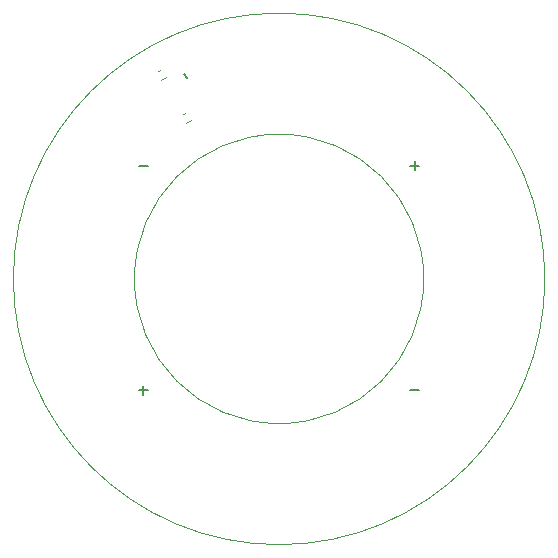
<source format=gbo>
G04 #@! TF.FileFunction,Legend,Bot*
%FSLAX46Y46*%
G04 Gerber Fmt 4.6, Leading zero omitted, Abs format (unit mm)*
G04 Created by KiCad (PCBNEW (2015-09-17 BZR 6202)-product) date 2015 September 30, Wednesday 13:53:37*
%MOMM*%
G01*
G04 APERTURE LIST*
%ADD10C,0.100000*%
%ADD11C,0.010000*%
%ADD12C,0.200000*%
%ADD13C,0.150000*%
%ADD14C,0.050000*%
%ADD15C,1.140000*%
%ADD16C,1.440000*%
%ADD17R,0.940000X0.940000*%
G04 APERTURE END LIST*
D10*
D11*
X45000000Y-22500000D02*
G75*
G03X45000000Y-22500000I-22500000J0D01*
G01*
X34750000Y-22500000D02*
G75*
G03X34750000Y-22500000I-12250000J0D01*
G01*
D12*
X10619048Y-12928571D02*
X11380953Y-12928571D01*
X33619048Y-31928571D02*
X34380953Y-31928571D01*
X10619048Y-31928571D02*
X11380953Y-31928571D01*
X11000001Y-31547619D02*
X11000001Y-32309524D01*
X33619048Y-12928571D02*
X34380953Y-12928571D01*
X34000001Y-12547619D02*
X34000001Y-13309524D01*
D13*
X14671262Y-5515481D02*
X14451262Y-5134430D01*
D14*
X12934006Y-5389760D02*
X12500994Y-5639760D01*
X12125994Y-4990240D02*
X12559006Y-4740240D01*
X15064006Y-9029760D02*
X14630994Y-9279760D01*
X14255994Y-8630240D02*
X14689006Y-8380240D01*
%LPC*%
D12*
X25937500Y-43452381D02*
X25854166Y-42785714D01*
X25877976Y-42976190D02*
X25818452Y-42880952D01*
X25764881Y-42833333D01*
X25663690Y-42785714D01*
X25568451Y-42785714D01*
X24806546Y-42785714D02*
X24889880Y-43452381D01*
X25235118Y-42785714D02*
X25300594Y-43309524D01*
X25264880Y-43404762D01*
X25175595Y-43452381D01*
X25032737Y-43452381D01*
X24931546Y-43404762D01*
X24877975Y-43357143D01*
X23901784Y-42785714D02*
X23985118Y-43452381D01*
X24330356Y-42785714D02*
X24395832Y-43309524D01*
X24360118Y-43404762D01*
X24270833Y-43452381D01*
X24127975Y-43452381D01*
X24026784Y-43404762D01*
X23973213Y-43357143D01*
X23520832Y-42785714D02*
X23366071Y-43452381D01*
X23044641Y-42785714D01*
X22747023Y-43452381D02*
X22663689Y-42785714D01*
X22622023Y-42452381D02*
X22675594Y-42500000D01*
X22633927Y-42547619D01*
X22580356Y-42500000D01*
X22622023Y-42452381D01*
X22633927Y-42547619D01*
X22258928Y-43357143D02*
X22217261Y-43404762D01*
X22270833Y-43452381D01*
X22312499Y-43404762D01*
X22258928Y-43357143D01*
X22270833Y-43452381D01*
X21360118Y-43404762D02*
X21461309Y-43452381D01*
X21651786Y-43452381D01*
X21741071Y-43404762D01*
X21782738Y-43357143D01*
X21818452Y-43261905D01*
X21782738Y-42976190D01*
X21723214Y-42880952D01*
X21669643Y-42833333D01*
X21568452Y-42785714D01*
X21377975Y-42785714D01*
X21288690Y-42833333D01*
X20794643Y-43452381D02*
X20883928Y-43404762D01*
X20925595Y-43357143D01*
X20961309Y-43261905D01*
X20925595Y-42976190D01*
X20866071Y-42880952D01*
X20812500Y-42833333D01*
X20711309Y-42785714D01*
X20568451Y-42785714D01*
X20479166Y-42833333D01*
X20437499Y-42880952D01*
X20401785Y-42976190D01*
X20437499Y-43261905D01*
X20497023Y-43357143D01*
X20550594Y-43404762D01*
X20651785Y-43452381D01*
X20794643Y-43452381D01*
X20032738Y-43452381D02*
X19949404Y-42785714D01*
X19961309Y-42880952D02*
X19907738Y-42833333D01*
X19806547Y-42785714D01*
X19663689Y-42785714D01*
X19574404Y-42833333D01*
X19538689Y-42928571D01*
X19604166Y-43452381D01*
X19538689Y-42928571D02*
X19479166Y-42833333D01*
X19377975Y-42785714D01*
X19235118Y-42785714D01*
X19145833Y-42833333D01*
X19110118Y-42928571D01*
X19175595Y-43452381D01*
D11*
G36*
X25521688Y-37570966D02*
X25389539Y-37592511D01*
X25280206Y-37632977D01*
X25194912Y-37691565D01*
X25134884Y-37767474D01*
X25105151Y-37842958D01*
X25099706Y-37881610D01*
X25095153Y-37949094D01*
X25091588Y-38042501D01*
X25089106Y-38158922D01*
X25087804Y-38295449D01*
X25087625Y-38373842D01*
X25087625Y-38835125D01*
X25325750Y-38835125D01*
X25325750Y-38779562D01*
X25331061Y-38738324D01*
X25345095Y-38725189D01*
X25365006Y-38741685D01*
X25372636Y-38754367D01*
X25405600Y-38786322D01*
X25462779Y-38812229D01*
X25536969Y-38830598D01*
X25620963Y-38839939D01*
X25707555Y-38838762D01*
X25753523Y-38833118D01*
X25836815Y-38810334D01*
X25916834Y-38773169D01*
X25981227Y-38727740D01*
X25995882Y-38713159D01*
X26044463Y-38638982D01*
X26075375Y-38548829D01*
X26084571Y-38455398D01*
X26084457Y-38453532D01*
X25853955Y-38453532D01*
X25844834Y-38516178D01*
X25814046Y-38560225D01*
X25762319Y-38590873D01*
X25717682Y-38602328D01*
X25653789Y-38609205D01*
X25581176Y-38611450D01*
X25510380Y-38609012D01*
X25451937Y-38601838D01*
X25421000Y-38592576D01*
X25376653Y-38553908D01*
X25344404Y-38492060D01*
X25327509Y-38414344D01*
X25325775Y-38378718D01*
X25325750Y-38295375D01*
X25504344Y-38295463D01*
X25622243Y-38298348D01*
X25712009Y-38307833D01*
X25776839Y-38325364D01*
X25819929Y-38352386D01*
X25844475Y-38390345D01*
X25853674Y-38440684D01*
X25853955Y-38453532D01*
X26084457Y-38453532D01*
X26083508Y-38438081D01*
X26066800Y-38345460D01*
X26032554Y-38271026D01*
X25982398Y-38210227D01*
X25946105Y-38176315D01*
X25911035Y-38151209D01*
X25871423Y-38133375D01*
X25821506Y-38121280D01*
X25755519Y-38113390D01*
X25667697Y-38108172D01*
X25587688Y-38105206D01*
X25333688Y-38096937D01*
X25328755Y-38019210D01*
X25332337Y-37939740D01*
X25352590Y-37876791D01*
X25387442Y-37836327D01*
X25393457Y-37832748D01*
X25454039Y-37811589D01*
X25530001Y-37801056D01*
X25611923Y-37800691D01*
X25690386Y-37810033D01*
X25755968Y-37828623D01*
X25795662Y-37852377D01*
X25832314Y-37886809D01*
X25928475Y-37815351D01*
X26024635Y-37743893D01*
X25974557Y-37694932D01*
X25888022Y-37632019D01*
X25779941Y-37589969D01*
X25653420Y-37569631D01*
X25521688Y-37570966D01*
X25521688Y-37570966D01*
G37*
X25521688Y-37570966D02*
X25389539Y-37592511D01*
X25280206Y-37632977D01*
X25194912Y-37691565D01*
X25134884Y-37767474D01*
X25105151Y-37842958D01*
X25099706Y-37881610D01*
X25095153Y-37949094D01*
X25091588Y-38042501D01*
X25089106Y-38158922D01*
X25087804Y-38295449D01*
X25087625Y-38373842D01*
X25087625Y-38835125D01*
X25325750Y-38835125D01*
X25325750Y-38779562D01*
X25331061Y-38738324D01*
X25345095Y-38725189D01*
X25365006Y-38741685D01*
X25372636Y-38754367D01*
X25405600Y-38786322D01*
X25462779Y-38812229D01*
X25536969Y-38830598D01*
X25620963Y-38839939D01*
X25707555Y-38838762D01*
X25753523Y-38833118D01*
X25836815Y-38810334D01*
X25916834Y-38773169D01*
X25981227Y-38727740D01*
X25995882Y-38713159D01*
X26044463Y-38638982D01*
X26075375Y-38548829D01*
X26084571Y-38455398D01*
X26084457Y-38453532D01*
X25853955Y-38453532D01*
X25844834Y-38516178D01*
X25814046Y-38560225D01*
X25762319Y-38590873D01*
X25717682Y-38602328D01*
X25653789Y-38609205D01*
X25581176Y-38611450D01*
X25510380Y-38609012D01*
X25451937Y-38601838D01*
X25421000Y-38592576D01*
X25376653Y-38553908D01*
X25344404Y-38492060D01*
X25327509Y-38414344D01*
X25325775Y-38378718D01*
X25325750Y-38295375D01*
X25504344Y-38295463D01*
X25622243Y-38298348D01*
X25712009Y-38307833D01*
X25776839Y-38325364D01*
X25819929Y-38352386D01*
X25844475Y-38390345D01*
X25853674Y-38440684D01*
X25853955Y-38453532D01*
X26084457Y-38453532D01*
X26083508Y-38438081D01*
X26066800Y-38345460D01*
X26032554Y-38271026D01*
X25982398Y-38210227D01*
X25946105Y-38176315D01*
X25911035Y-38151209D01*
X25871423Y-38133375D01*
X25821506Y-38121280D01*
X25755519Y-38113390D01*
X25667697Y-38108172D01*
X25587688Y-38105206D01*
X25333688Y-38096937D01*
X25328755Y-38019210D01*
X25332337Y-37939740D01*
X25352590Y-37876791D01*
X25387442Y-37836327D01*
X25393457Y-37832748D01*
X25454039Y-37811589D01*
X25530001Y-37801056D01*
X25611923Y-37800691D01*
X25690386Y-37810033D01*
X25755968Y-37828623D01*
X25795662Y-37852377D01*
X25832314Y-37886809D01*
X25928475Y-37815351D01*
X26024635Y-37743893D01*
X25974557Y-37694932D01*
X25888022Y-37632019D01*
X25779941Y-37589969D01*
X25653420Y-37569631D01*
X25521688Y-37570966D01*
G36*
X22944500Y-38835125D02*
X23182625Y-38835125D01*
X23182625Y-38771625D01*
X23184418Y-38731842D01*
X23188897Y-38709733D01*
X23190700Y-38708125D01*
X23207113Y-38716657D01*
X23240108Y-38738443D01*
X23263391Y-38754932D01*
X23367271Y-38812272D01*
X23478200Y-38838673D01*
X23596873Y-38834301D01*
X23596916Y-38834294D01*
X23682188Y-38812496D01*
X23752767Y-38773793D01*
X23819796Y-38711822D01*
X23828647Y-38701934D01*
X23865411Y-38655901D01*
X23892533Y-38609385D01*
X23911784Y-38556010D01*
X23924938Y-38489400D01*
X23933767Y-38403181D01*
X23939492Y-38303312D01*
X23941667Y-38200592D01*
X23694741Y-38200592D01*
X23692598Y-38307489D01*
X23685271Y-38388532D01*
X23671415Y-38449381D01*
X23649685Y-38495699D01*
X23618735Y-38533149D01*
X23614852Y-38536838D01*
X23579056Y-38567368D01*
X23546383Y-38584901D01*
X23506499Y-38592378D01*
X23449072Y-38592740D01*
X23422110Y-38591695D01*
X23365062Y-38587844D01*
X23328331Y-38579331D01*
X23300485Y-38561366D01*
X23270090Y-38529159D01*
X23268508Y-38527331D01*
X23238890Y-38487349D01*
X23217978Y-38442895D01*
X23204509Y-38387858D01*
X23197224Y-38316127D01*
X23194861Y-38221590D01*
X23195054Y-38171357D01*
X23202585Y-38050220D01*
X23223510Y-37956472D01*
X23259227Y-37888106D01*
X23311131Y-37843115D01*
X23380618Y-37819493D01*
X23443286Y-37814589D01*
X23524816Y-37822130D01*
X23588239Y-37846468D01*
X23635232Y-37890175D01*
X23667470Y-37955824D01*
X23686629Y-38045989D01*
X23694385Y-38163240D01*
X23694741Y-38200592D01*
X23941667Y-38200592D01*
X23942949Y-38140072D01*
X23936421Y-38004107D01*
X23918971Y-37892259D01*
X23889661Y-37801369D01*
X23847551Y-37728280D01*
X23791705Y-37669831D01*
X23740644Y-37633945D01*
X23634375Y-37587399D01*
X23524622Y-37571683D01*
X23414709Y-37586615D01*
X23307960Y-37632014D01*
X23265094Y-37659959D01*
X23226027Y-37687219D01*
X23198321Y-37704627D01*
X23190700Y-37708000D01*
X23188246Y-37692917D01*
X23186092Y-37650837D01*
X23184359Y-37586512D01*
X23183169Y-37504695D01*
X23182641Y-37410138D01*
X23182625Y-37390500D01*
X23182625Y-37073000D01*
X22944500Y-37073000D01*
X22944500Y-38835125D01*
X22944500Y-38835125D01*
G37*
X22944500Y-38835125D02*
X23182625Y-38835125D01*
X23182625Y-38771625D01*
X23184418Y-38731842D01*
X23188897Y-38709733D01*
X23190700Y-38708125D01*
X23207113Y-38716657D01*
X23240108Y-38738443D01*
X23263391Y-38754932D01*
X23367271Y-38812272D01*
X23478200Y-38838673D01*
X23596873Y-38834301D01*
X23596916Y-38834294D01*
X23682188Y-38812496D01*
X23752767Y-38773793D01*
X23819796Y-38711822D01*
X23828647Y-38701934D01*
X23865411Y-38655901D01*
X23892533Y-38609385D01*
X23911784Y-38556010D01*
X23924938Y-38489400D01*
X23933767Y-38403181D01*
X23939492Y-38303312D01*
X23941667Y-38200592D01*
X23694741Y-38200592D01*
X23692598Y-38307489D01*
X23685271Y-38388532D01*
X23671415Y-38449381D01*
X23649685Y-38495699D01*
X23618735Y-38533149D01*
X23614852Y-38536838D01*
X23579056Y-38567368D01*
X23546383Y-38584901D01*
X23506499Y-38592378D01*
X23449072Y-38592740D01*
X23422110Y-38591695D01*
X23365062Y-38587844D01*
X23328331Y-38579331D01*
X23300485Y-38561366D01*
X23270090Y-38529159D01*
X23268508Y-38527331D01*
X23238890Y-38487349D01*
X23217978Y-38442895D01*
X23204509Y-38387858D01*
X23197224Y-38316127D01*
X23194861Y-38221590D01*
X23195054Y-38171357D01*
X23202585Y-38050220D01*
X23223510Y-37956472D01*
X23259227Y-37888106D01*
X23311131Y-37843115D01*
X23380618Y-37819493D01*
X23443286Y-37814589D01*
X23524816Y-37822130D01*
X23588239Y-37846468D01*
X23635232Y-37890175D01*
X23667470Y-37955824D01*
X23686629Y-38045989D01*
X23694385Y-38163240D01*
X23694741Y-38200592D01*
X23941667Y-38200592D01*
X23942949Y-38140072D01*
X23936421Y-38004107D01*
X23918971Y-37892259D01*
X23889661Y-37801369D01*
X23847551Y-37728280D01*
X23791705Y-37669831D01*
X23740644Y-37633945D01*
X23634375Y-37587399D01*
X23524622Y-37571683D01*
X23414709Y-37586615D01*
X23307960Y-37632014D01*
X23265094Y-37659959D01*
X23226027Y-37687219D01*
X23198321Y-37704627D01*
X23190700Y-37708000D01*
X23188246Y-37692917D01*
X23186092Y-37650837D01*
X23184359Y-37586512D01*
X23183169Y-37504695D01*
X23182641Y-37410138D01*
X23182625Y-37390500D01*
X23182625Y-37073000D01*
X22944500Y-37073000D01*
X22944500Y-38835125D01*
G36*
X20373605Y-37576554D02*
X20249030Y-37606984D01*
X20150053Y-37655946D01*
X20076235Y-37723808D01*
X20027132Y-37810936D01*
X20007738Y-37880823D01*
X20003462Y-37919569D01*
X19999618Y-37984864D01*
X19996365Y-38071508D01*
X19993863Y-38174301D01*
X19992272Y-38288043D01*
X19991750Y-38400729D01*
X19991750Y-38835125D01*
X20229875Y-38835125D01*
X20229875Y-38779562D01*
X20233549Y-38738750D01*
X20246605Y-38726650D01*
X20272098Y-38742469D01*
X20292943Y-38763226D01*
X20349640Y-38802903D01*
X20429228Y-38829367D01*
X20525167Y-38841309D01*
X20630913Y-38837420D01*
X20650898Y-38834879D01*
X20755794Y-38806845D01*
X20847549Y-38756503D01*
X20920765Y-38687945D01*
X20970041Y-38605268D01*
X20976309Y-38588127D01*
X20986980Y-38531359D01*
X20989377Y-38458594D01*
X20987976Y-38432384D01*
X20765466Y-38432384D01*
X20759961Y-38490197D01*
X20728606Y-38544446D01*
X20691872Y-38576622D01*
X20637823Y-38599251D01*
X20564380Y-38612324D01*
X20482470Y-38615699D01*
X20403023Y-38609233D01*
X20336965Y-38592783D01*
X20313645Y-38581558D01*
X20281553Y-38557639D01*
X20261003Y-38528086D01*
X20249064Y-38485160D01*
X20242807Y-38421122D01*
X20241349Y-38390625D01*
X20237813Y-38303312D01*
X20413648Y-38298849D01*
X20523727Y-38299009D01*
X20607451Y-38306594D01*
X20669585Y-38322756D01*
X20714898Y-38348644D01*
X20743202Y-38378416D01*
X20765466Y-38432384D01*
X20987976Y-38432384D01*
X20987716Y-38427531D01*
X20967699Y-38326173D01*
X20924078Y-38244506D01*
X20854401Y-38178542D01*
X20821575Y-38157346D01*
X20791507Y-38140541D01*
X20763419Y-38128370D01*
X20731254Y-38119869D01*
X20688953Y-38114075D01*
X20630457Y-38110023D01*
X20549710Y-38106749D01*
X20491813Y-38104875D01*
X20237813Y-38096937D01*
X20232949Y-38038459D01*
X20235883Y-37950517D01*
X20259996Y-37881909D01*
X20304135Y-37835475D01*
X20318707Y-37827405D01*
X20378087Y-37808456D01*
X20449467Y-37799403D01*
X20525439Y-37799464D01*
X20598595Y-37807857D01*
X20661525Y-37823800D01*
X20706820Y-37846511D01*
X20725867Y-37870384D01*
X20738710Y-37875884D01*
X20768953Y-37863027D01*
X20818506Y-37830725D01*
X20889274Y-37777889D01*
X20892825Y-37775137D01*
X20916885Y-37752798D01*
X20917099Y-37733018D01*
X20904000Y-37712013D01*
X20851216Y-37661263D01*
X20774022Y-37619898D01*
X20678798Y-37589548D01*
X20571923Y-37571842D01*
X20459776Y-37568409D01*
X20373605Y-37576554D01*
X20373605Y-37576554D01*
G37*
X20373605Y-37576554D02*
X20249030Y-37606984D01*
X20150053Y-37655946D01*
X20076235Y-37723808D01*
X20027132Y-37810936D01*
X20007738Y-37880823D01*
X20003462Y-37919569D01*
X19999618Y-37984864D01*
X19996365Y-38071508D01*
X19993863Y-38174301D01*
X19992272Y-38288043D01*
X19991750Y-38400729D01*
X19991750Y-38835125D01*
X20229875Y-38835125D01*
X20229875Y-38779562D01*
X20233549Y-38738750D01*
X20246605Y-38726650D01*
X20272098Y-38742469D01*
X20292943Y-38763226D01*
X20349640Y-38802903D01*
X20429228Y-38829367D01*
X20525167Y-38841309D01*
X20630913Y-38837420D01*
X20650898Y-38834879D01*
X20755794Y-38806845D01*
X20847549Y-38756503D01*
X20920765Y-38687945D01*
X20970041Y-38605268D01*
X20976309Y-38588127D01*
X20986980Y-38531359D01*
X20989377Y-38458594D01*
X20987976Y-38432384D01*
X20765466Y-38432384D01*
X20759961Y-38490197D01*
X20728606Y-38544446D01*
X20691872Y-38576622D01*
X20637823Y-38599251D01*
X20564380Y-38612324D01*
X20482470Y-38615699D01*
X20403023Y-38609233D01*
X20336965Y-38592783D01*
X20313645Y-38581558D01*
X20281553Y-38557639D01*
X20261003Y-38528086D01*
X20249064Y-38485160D01*
X20242807Y-38421122D01*
X20241349Y-38390625D01*
X20237813Y-38303312D01*
X20413648Y-38298849D01*
X20523727Y-38299009D01*
X20607451Y-38306594D01*
X20669585Y-38322756D01*
X20714898Y-38348644D01*
X20743202Y-38378416D01*
X20765466Y-38432384D01*
X20987976Y-38432384D01*
X20987716Y-38427531D01*
X20967699Y-38326173D01*
X20924078Y-38244506D01*
X20854401Y-38178542D01*
X20821575Y-38157346D01*
X20791507Y-38140541D01*
X20763419Y-38128370D01*
X20731254Y-38119869D01*
X20688953Y-38114075D01*
X20630457Y-38110023D01*
X20549710Y-38106749D01*
X20491813Y-38104875D01*
X20237813Y-38096937D01*
X20232949Y-38038459D01*
X20235883Y-37950517D01*
X20259996Y-37881909D01*
X20304135Y-37835475D01*
X20318707Y-37827405D01*
X20378087Y-37808456D01*
X20449467Y-37799403D01*
X20525439Y-37799464D01*
X20598595Y-37807857D01*
X20661525Y-37823800D01*
X20706820Y-37846511D01*
X20725867Y-37870384D01*
X20738710Y-37875884D01*
X20768953Y-37863027D01*
X20818506Y-37830725D01*
X20889274Y-37777889D01*
X20892825Y-37775137D01*
X20916885Y-37752798D01*
X20917099Y-37733018D01*
X20904000Y-37712013D01*
X20851216Y-37661263D01*
X20774022Y-37619898D01*
X20678798Y-37589548D01*
X20571923Y-37571842D01*
X20459776Y-37568409D01*
X20373605Y-37576554D01*
G36*
X18254520Y-37577682D02*
X18235488Y-37581293D01*
X18151062Y-37602909D01*
X18084706Y-37631892D01*
X18022748Y-37675053D01*
X17989319Y-37703921D01*
X17924681Y-37777406D01*
X17876299Y-37867924D01*
X17843101Y-37978763D01*
X17824014Y-38113210D01*
X17818380Y-38227906D01*
X17817104Y-38295375D01*
X18213865Y-38295375D01*
X18339333Y-38295246D01*
X18436377Y-38295532D01*
X18508316Y-38297242D01*
X18558471Y-38301387D01*
X18590160Y-38308975D01*
X18606704Y-38321017D01*
X18611423Y-38338521D01*
X18607636Y-38362496D01*
X18598664Y-38393954D01*
X18593796Y-38410902D01*
X18562064Y-38480188D01*
X18511550Y-38542166D01*
X18451308Y-38586778D01*
X18425587Y-38597817D01*
X18335735Y-38612673D01*
X18237807Y-38604236D01*
X18143399Y-38574137D01*
X18102651Y-38552419D01*
X18021178Y-38501773D01*
X17942847Y-38569230D01*
X17902717Y-38605305D01*
X17874466Y-38633596D01*
X17864508Y-38647356D01*
X17875599Y-38662747D01*
X17904165Y-38691076D01*
X17930710Y-38714698D01*
X18031190Y-38780364D01*
X18149437Y-38822493D01*
X18280669Y-38839904D01*
X18409221Y-38833011D01*
X18529135Y-38801801D01*
X18631497Y-38744898D01*
X18715331Y-38663691D01*
X18779660Y-38559567D01*
X18823509Y-38433912D01*
X18845904Y-38288114D01*
X18848750Y-38208062D01*
X18840959Y-38104875D01*
X18614683Y-38104875D01*
X18070875Y-38104875D01*
X18070875Y-38060613D01*
X18081297Y-38007377D01*
X18108011Y-37945361D01*
X18144197Y-37887548D01*
X18183032Y-37846925D01*
X18183229Y-37846781D01*
X18257894Y-37810652D01*
X18342260Y-37798921D01*
X18426221Y-37811566D01*
X18498272Y-37847511D01*
X18556493Y-37910173D01*
X18594315Y-37994175D01*
X18603908Y-38037487D01*
X18614683Y-38104875D01*
X18840959Y-38104875D01*
X18837294Y-38056339D01*
X18804166Y-37921647D01*
X18751227Y-37805889D01*
X18680339Y-37710966D01*
X18593363Y-37638782D01*
X18492160Y-37591239D01*
X18378592Y-37570238D01*
X18254520Y-37577682D01*
X18254520Y-37577682D01*
G37*
X18254520Y-37577682D02*
X18235488Y-37581293D01*
X18151062Y-37602909D01*
X18084706Y-37631892D01*
X18022748Y-37675053D01*
X17989319Y-37703921D01*
X17924681Y-37777406D01*
X17876299Y-37867924D01*
X17843101Y-37978763D01*
X17824014Y-38113210D01*
X17818380Y-38227906D01*
X17817104Y-38295375D01*
X18213865Y-38295375D01*
X18339333Y-38295246D01*
X18436377Y-38295532D01*
X18508316Y-38297242D01*
X18558471Y-38301387D01*
X18590160Y-38308975D01*
X18606704Y-38321017D01*
X18611423Y-38338521D01*
X18607636Y-38362496D01*
X18598664Y-38393954D01*
X18593796Y-38410902D01*
X18562064Y-38480188D01*
X18511550Y-38542166D01*
X18451308Y-38586778D01*
X18425587Y-38597817D01*
X18335735Y-38612673D01*
X18237807Y-38604236D01*
X18143399Y-38574137D01*
X18102651Y-38552419D01*
X18021178Y-38501773D01*
X17942847Y-38569230D01*
X17902717Y-38605305D01*
X17874466Y-38633596D01*
X17864508Y-38647356D01*
X17875599Y-38662747D01*
X17904165Y-38691076D01*
X17930710Y-38714698D01*
X18031190Y-38780364D01*
X18149437Y-38822493D01*
X18280669Y-38839904D01*
X18409221Y-38833011D01*
X18529135Y-38801801D01*
X18631497Y-38744898D01*
X18715331Y-38663691D01*
X18779660Y-38559567D01*
X18823509Y-38433912D01*
X18845904Y-38288114D01*
X18848750Y-38208062D01*
X18840959Y-38104875D01*
X18614683Y-38104875D01*
X18070875Y-38104875D01*
X18070875Y-38060613D01*
X18081297Y-38007377D01*
X18108011Y-37945361D01*
X18144197Y-37887548D01*
X18183032Y-37846925D01*
X18183229Y-37846781D01*
X18257894Y-37810652D01*
X18342260Y-37798921D01*
X18426221Y-37811566D01*
X18498272Y-37847511D01*
X18556493Y-37910173D01*
X18594315Y-37994175D01*
X18603908Y-38037487D01*
X18614683Y-38104875D01*
X18840959Y-38104875D01*
X18837294Y-38056339D01*
X18804166Y-37921647D01*
X18751227Y-37805889D01*
X18680339Y-37710966D01*
X18593363Y-37638782D01*
X18492160Y-37591239D01*
X18378592Y-37570238D01*
X18254520Y-37577682D01*
G36*
X26588889Y-35595181D02*
X26523430Y-35618432D01*
X26446468Y-35667116D01*
X26377845Y-35733966D01*
X26326165Y-35809512D01*
X26306054Y-35857719D01*
X26298200Y-35901834D01*
X26292329Y-35970773D01*
X26288428Y-36057674D01*
X26286483Y-36155675D01*
X26286481Y-36257914D01*
X26288407Y-36357527D01*
X26292249Y-36447653D01*
X26297991Y-36521429D01*
X26305620Y-36571992D01*
X26307503Y-36579160D01*
X26338095Y-36642308D01*
X26388957Y-36708292D01*
X26451363Y-36768323D01*
X26516593Y-36813612D01*
X26557905Y-36831444D01*
X26669339Y-36849218D01*
X26781646Y-36839556D01*
X26887280Y-36804137D01*
X26978692Y-36744637D01*
X26988657Y-36735670D01*
X27024375Y-36702340D01*
X27024375Y-37713534D01*
X26988657Y-37680487D01*
X26907622Y-37624308D01*
X26811872Y-37587680D01*
X26710018Y-37571934D01*
X26610672Y-37578402D01*
X26522464Y-37608405D01*
X26435222Y-37663243D01*
X26371472Y-37725382D01*
X26325545Y-37797631D01*
X26314389Y-37820186D01*
X26305528Y-37841859D01*
X26298653Y-37866528D01*
X26293454Y-37898068D01*
X26289623Y-37940357D01*
X26286852Y-37997272D01*
X26284831Y-38072688D01*
X26283253Y-38170485D01*
X26281808Y-38294537D01*
X26281172Y-38354906D01*
X26276156Y-38835125D01*
X26514071Y-38835125D01*
X26519192Y-38410468D01*
X26520848Y-38282776D01*
X26522591Y-38182799D01*
X26524756Y-38106504D01*
X26527677Y-38049858D01*
X26531686Y-38008828D01*
X26537119Y-37979379D01*
X26544308Y-37957479D01*
X26553588Y-37939094D01*
X26558935Y-37930250D01*
X26615993Y-37864661D01*
X26689241Y-37825999D01*
X26779995Y-37813581D01*
X26783516Y-37813614D01*
X26859497Y-37823402D01*
X26920336Y-37853746D01*
X26975443Y-37909667D01*
X26983707Y-37920453D01*
X26993445Y-37935055D01*
X27001106Y-37952321D01*
X27006990Y-37976119D01*
X27011399Y-38010315D01*
X27014636Y-38058776D01*
X27017002Y-38125368D01*
X27018800Y-38213959D01*
X27020331Y-38328415D01*
X27021125Y-38399691D01*
X27025811Y-38835125D01*
X27278375Y-38835125D01*
X27278375Y-36223687D01*
X27016438Y-36223687D01*
X27016073Y-36313188D01*
X27014406Y-36377344D01*
X27010574Y-36422559D01*
X27003719Y-36455235D01*
X26992979Y-36481775D01*
X26978330Y-36507239D01*
X26943221Y-36550911D01*
X26902381Y-36584678D01*
X26891017Y-36590841D01*
X26831219Y-36605969D01*
X26759497Y-36607355D01*
X26689411Y-36596058D01*
X26634523Y-36573135D01*
X26630811Y-36570552D01*
X26589311Y-36533369D01*
X26559571Y-36488208D01*
X26539951Y-36429607D01*
X26528812Y-36352102D01*
X26524514Y-36250230D01*
X26524313Y-36215750D01*
X26526963Y-36105787D01*
X26535997Y-36021775D01*
X26553042Y-35958273D01*
X26579725Y-35909840D01*
X26617673Y-35871036D01*
X26630287Y-35861339D01*
X26694520Y-35831783D01*
X26771869Y-35821748D01*
X26849932Y-35831860D01*
X26892392Y-35848082D01*
X26936429Y-35874981D01*
X26968940Y-35907602D01*
X26991556Y-35950886D01*
X27005909Y-36009772D01*
X27013629Y-36089201D01*
X27016348Y-36194113D01*
X27016438Y-36223687D01*
X27278375Y-36223687D01*
X27278375Y-35596625D01*
X27024375Y-35596625D01*
X27024375Y-35663095D01*
X27024376Y-35729565D01*
X26980719Y-35687928D01*
X26897794Y-35629640D01*
X26799457Y-35593933D01*
X26693794Y-35582038D01*
X26588889Y-35595181D01*
X26588889Y-35595181D01*
G37*
X26588889Y-35595181D02*
X26523430Y-35618432D01*
X26446468Y-35667116D01*
X26377845Y-35733966D01*
X26326165Y-35809512D01*
X26306054Y-35857719D01*
X26298200Y-35901834D01*
X26292329Y-35970773D01*
X26288428Y-36057674D01*
X26286483Y-36155675D01*
X26286481Y-36257914D01*
X26288407Y-36357527D01*
X26292249Y-36447653D01*
X26297991Y-36521429D01*
X26305620Y-36571992D01*
X26307503Y-36579160D01*
X26338095Y-36642308D01*
X26388957Y-36708292D01*
X26451363Y-36768323D01*
X26516593Y-36813612D01*
X26557905Y-36831444D01*
X26669339Y-36849218D01*
X26781646Y-36839556D01*
X26887280Y-36804137D01*
X26978692Y-36744637D01*
X26988657Y-36735670D01*
X27024375Y-36702340D01*
X27024375Y-37713534D01*
X26988657Y-37680487D01*
X26907622Y-37624308D01*
X26811872Y-37587680D01*
X26710018Y-37571934D01*
X26610672Y-37578402D01*
X26522464Y-37608405D01*
X26435222Y-37663243D01*
X26371472Y-37725382D01*
X26325545Y-37797631D01*
X26314389Y-37820186D01*
X26305528Y-37841859D01*
X26298653Y-37866528D01*
X26293454Y-37898068D01*
X26289623Y-37940357D01*
X26286852Y-37997272D01*
X26284831Y-38072688D01*
X26283253Y-38170485D01*
X26281808Y-38294537D01*
X26281172Y-38354906D01*
X26276156Y-38835125D01*
X26514071Y-38835125D01*
X26519192Y-38410468D01*
X26520848Y-38282776D01*
X26522591Y-38182799D01*
X26524756Y-38106504D01*
X26527677Y-38049858D01*
X26531686Y-38008828D01*
X26537119Y-37979379D01*
X26544308Y-37957479D01*
X26553588Y-37939094D01*
X26558935Y-37930250D01*
X26615993Y-37864661D01*
X26689241Y-37825999D01*
X26779995Y-37813581D01*
X26783516Y-37813614D01*
X26859497Y-37823402D01*
X26920336Y-37853746D01*
X26975443Y-37909667D01*
X26983707Y-37920453D01*
X26993445Y-37935055D01*
X27001106Y-37952321D01*
X27006990Y-37976119D01*
X27011399Y-38010315D01*
X27014636Y-38058776D01*
X27017002Y-38125368D01*
X27018800Y-38213959D01*
X27020331Y-38328415D01*
X27021125Y-38399691D01*
X27025811Y-38835125D01*
X27278375Y-38835125D01*
X27278375Y-36223687D01*
X27016438Y-36223687D01*
X27016073Y-36313188D01*
X27014406Y-36377344D01*
X27010574Y-36422559D01*
X27003719Y-36455235D01*
X26992979Y-36481775D01*
X26978330Y-36507239D01*
X26943221Y-36550911D01*
X26902381Y-36584678D01*
X26891017Y-36590841D01*
X26831219Y-36605969D01*
X26759497Y-36607355D01*
X26689411Y-36596058D01*
X26634523Y-36573135D01*
X26630811Y-36570552D01*
X26589311Y-36533369D01*
X26559571Y-36488208D01*
X26539951Y-36429607D01*
X26528812Y-36352102D01*
X26524514Y-36250230D01*
X26524313Y-36215750D01*
X26526963Y-36105787D01*
X26535997Y-36021775D01*
X26553042Y-35958273D01*
X26579725Y-35909840D01*
X26617673Y-35871036D01*
X26630287Y-35861339D01*
X26694520Y-35831783D01*
X26771869Y-35821748D01*
X26849932Y-35831860D01*
X26892392Y-35848082D01*
X26936429Y-35874981D01*
X26968940Y-35907602D01*
X26991556Y-35950886D01*
X27005909Y-36009772D01*
X27013629Y-36089201D01*
X27016348Y-36194113D01*
X27016438Y-36223687D01*
X27278375Y-36223687D01*
X27278375Y-35596625D01*
X27024375Y-35596625D01*
X27024375Y-35663095D01*
X27024376Y-35729565D01*
X26980719Y-35687928D01*
X26897794Y-35629640D01*
X26799457Y-35593933D01*
X26693794Y-35582038D01*
X26588889Y-35595181D01*
G36*
X24130473Y-37579375D02*
X24043844Y-37609487D01*
X24004311Y-37633696D01*
X23980030Y-37654954D01*
X23976375Y-37662510D01*
X23986157Y-37682063D01*
X24012052Y-37718083D01*
X24048884Y-37763484D01*
X24057079Y-37773033D01*
X24137783Y-37866191D01*
X24188048Y-37839911D01*
X24252696Y-37819796D01*
X24328085Y-37816135D01*
X24399446Y-37828707D01*
X24433627Y-37843617D01*
X24472879Y-37876431D01*
X24508902Y-37921477D01*
X24514629Y-37930981D01*
X24524645Y-37950381D01*
X24532423Y-37971341D01*
X24538244Y-37997944D01*
X24542390Y-38034270D01*
X24545143Y-38084401D01*
X24546785Y-38152417D01*
X24547597Y-38242400D01*
X24547860Y-38358431D01*
X24547875Y-38412630D01*
X24547875Y-38835125D01*
X24801875Y-38835125D01*
X24801875Y-37581000D01*
X24547875Y-37581000D01*
X24547875Y-37713534D01*
X24512157Y-37680487D01*
X24430168Y-37623682D01*
X24333536Y-37587033D01*
X24230794Y-37571833D01*
X24130473Y-37579375D01*
X24130473Y-37579375D01*
G37*
X24130473Y-37579375D02*
X24043844Y-37609487D01*
X24004311Y-37633696D01*
X23980030Y-37654954D01*
X23976375Y-37662510D01*
X23986157Y-37682063D01*
X24012052Y-37718083D01*
X24048884Y-37763484D01*
X24057079Y-37773033D01*
X24137783Y-37866191D01*
X24188048Y-37839911D01*
X24252696Y-37819796D01*
X24328085Y-37816135D01*
X24399446Y-37828707D01*
X24433627Y-37843617D01*
X24472879Y-37876431D01*
X24508902Y-37921477D01*
X24514629Y-37930981D01*
X24524645Y-37950381D01*
X24532423Y-37971341D01*
X24538244Y-37997944D01*
X24542390Y-38034270D01*
X24545143Y-38084401D01*
X24546785Y-38152417D01*
X24547597Y-38242400D01*
X24547860Y-38358431D01*
X24547875Y-38412630D01*
X24547875Y-38835125D01*
X24801875Y-38835125D01*
X24801875Y-37581000D01*
X24547875Y-37581000D01*
X24547875Y-37713534D01*
X24512157Y-37680487D01*
X24430168Y-37623682D01*
X24333536Y-37587033D01*
X24230794Y-37571833D01*
X24130473Y-37579375D01*
G36*
X22669383Y-37584351D02*
X22540231Y-37588937D01*
X22422386Y-38021531D01*
X22391635Y-38133150D01*
X22363166Y-38234086D01*
X22338122Y-38320473D01*
X22317647Y-38388446D01*
X22302885Y-38434137D01*
X22294980Y-38453681D01*
X22294399Y-38454125D01*
X22287126Y-38439624D01*
X22271542Y-38398635D01*
X22248951Y-38334930D01*
X22220660Y-38252278D01*
X22187974Y-38154451D01*
X22152198Y-38045218D01*
X22143245Y-38017562D01*
X22002233Y-37581000D01*
X21822401Y-37581000D01*
X21802691Y-37648468D01*
X21782516Y-37715488D01*
X21756899Y-37797498D01*
X21727367Y-37889914D01*
X21695451Y-37988153D01*
X21662680Y-38087629D01*
X21630582Y-38183760D01*
X21600687Y-38271962D01*
X21574523Y-38347650D01*
X21553621Y-38406241D01*
X21539510Y-38443152D01*
X21533948Y-38454060D01*
X21527340Y-38439339D01*
X21513733Y-38397780D01*
X21494259Y-38333235D01*
X21470049Y-38249557D01*
X21442233Y-38150600D01*
X21411943Y-38040216D01*
X21405793Y-38017498D01*
X21287899Y-37580999D01*
X21163700Y-37581000D01*
X21105373Y-37582401D01*
X21061629Y-37586118D01*
X21040096Y-37591423D01*
X21039078Y-37592906D01*
X21043633Y-37610147D01*
X21056812Y-37654382D01*
X21077603Y-37722351D01*
X21104995Y-37810798D01*
X21137979Y-37916461D01*
X21175541Y-38036083D01*
X21216672Y-38166405D01*
X21233547Y-38219695D01*
X21428438Y-38834577D01*
X21534913Y-38834851D01*
X21641387Y-38835125D01*
X21688720Y-38680343D01*
X21709575Y-38611658D01*
X21736708Y-38521582D01*
X21767401Y-38419176D01*
X21798937Y-38313498D01*
X21818480Y-38247750D01*
X21845325Y-38158510D01*
X21869681Y-38079859D01*
X21889927Y-38016850D01*
X21904442Y-37974537D01*
X21911399Y-37958161D01*
X21916865Y-37964058D01*
X21927512Y-37989499D01*
X21943792Y-38035926D01*
X21966159Y-38104779D01*
X21995062Y-38197498D01*
X22030954Y-38315525D01*
X22074287Y-38460300D01*
X22125513Y-38633264D01*
X22162735Y-38759718D01*
X22184889Y-38835125D01*
X22398643Y-38835125D01*
X22521169Y-38450156D01*
X22560223Y-38327474D01*
X22601250Y-38198638D01*
X22641633Y-38071856D01*
X22678758Y-37955338D01*
X22710011Y-37857294D01*
X22721115Y-37822476D01*
X22798534Y-37579765D01*
X22669383Y-37584351D01*
X22669383Y-37584351D01*
G37*
X22669383Y-37584351D02*
X22540231Y-37588937D01*
X22422386Y-38021531D01*
X22391635Y-38133150D01*
X22363166Y-38234086D01*
X22338122Y-38320473D01*
X22317647Y-38388446D01*
X22302885Y-38434137D01*
X22294980Y-38453681D01*
X22294399Y-38454125D01*
X22287126Y-38439624D01*
X22271542Y-38398635D01*
X22248951Y-38334930D01*
X22220660Y-38252278D01*
X22187974Y-38154451D01*
X22152198Y-38045218D01*
X22143245Y-38017562D01*
X22002233Y-37581000D01*
X21822401Y-37581000D01*
X21802691Y-37648468D01*
X21782516Y-37715488D01*
X21756899Y-37797498D01*
X21727367Y-37889914D01*
X21695451Y-37988153D01*
X21662680Y-38087629D01*
X21630582Y-38183760D01*
X21600687Y-38271962D01*
X21574523Y-38347650D01*
X21553621Y-38406241D01*
X21539510Y-38443152D01*
X21533948Y-38454060D01*
X21527340Y-38439339D01*
X21513733Y-38397780D01*
X21494259Y-38333235D01*
X21470049Y-38249557D01*
X21442233Y-38150600D01*
X21411943Y-38040216D01*
X21405793Y-38017498D01*
X21287899Y-37580999D01*
X21163700Y-37581000D01*
X21105373Y-37582401D01*
X21061629Y-37586118D01*
X21040096Y-37591423D01*
X21039078Y-37592906D01*
X21043633Y-37610147D01*
X21056812Y-37654382D01*
X21077603Y-37722351D01*
X21104995Y-37810798D01*
X21137979Y-37916461D01*
X21175541Y-38036083D01*
X21216672Y-38166405D01*
X21233547Y-38219695D01*
X21428438Y-38834577D01*
X21534913Y-38834851D01*
X21641387Y-38835125D01*
X21688720Y-38680343D01*
X21709575Y-38611658D01*
X21736708Y-38521582D01*
X21767401Y-38419176D01*
X21798937Y-38313498D01*
X21818480Y-38247750D01*
X21845325Y-38158510D01*
X21869681Y-38079859D01*
X21889927Y-38016850D01*
X21904442Y-37974537D01*
X21911399Y-37958161D01*
X21916865Y-37964058D01*
X21927512Y-37989499D01*
X21943792Y-38035926D01*
X21966159Y-38104779D01*
X21995062Y-38197498D01*
X22030954Y-38315525D01*
X22074287Y-38460300D01*
X22125513Y-38633264D01*
X22162735Y-38759718D01*
X22184889Y-38835125D01*
X22398643Y-38835125D01*
X22521169Y-38450156D01*
X22560223Y-38327474D01*
X22601250Y-38198638D01*
X22641633Y-38071856D01*
X22678758Y-37955338D01*
X22710011Y-37857294D01*
X22721115Y-37822476D01*
X22798534Y-37579765D01*
X22669383Y-37584351D01*
G36*
X19074455Y-37570607D02*
X19024518Y-37584596D01*
X18970835Y-37603405D01*
X18923551Y-37623348D01*
X18892809Y-37640738D01*
X18887379Y-37646213D01*
X18887914Y-37662865D01*
X18904323Y-37692977D01*
X18938592Y-37739493D01*
X18992711Y-37805358D01*
X19003041Y-37817533D01*
X19048988Y-37871503D01*
X19093617Y-37842261D01*
X19161751Y-37815289D01*
X19237866Y-37813254D01*
X19313518Y-37833916D01*
X19380269Y-37875038D01*
X19427626Y-37930811D01*
X19437389Y-37949364D01*
X19445052Y-37970547D01*
X19450931Y-37998388D01*
X19455336Y-38036915D01*
X19458580Y-38090157D01*
X19460977Y-38162141D01*
X19462838Y-38256897D01*
X19464477Y-38378451D01*
X19464854Y-38410468D01*
X19469769Y-38835125D01*
X19706000Y-38835125D01*
X19706000Y-37581000D01*
X19467875Y-37581000D01*
X19467875Y-37644500D01*
X19466144Y-37684282D01*
X19461818Y-37706392D01*
X19460075Y-37708000D01*
X19444212Y-37699145D01*
X19411444Y-37676295D01*
X19381406Y-37653904D01*
X19302660Y-37608756D01*
X19208741Y-37577500D01*
X19114963Y-37565155D01*
X19110502Y-37565124D01*
X19074455Y-37570607D01*
X19074455Y-37570607D01*
G37*
X19074455Y-37570607D02*
X19024518Y-37584596D01*
X18970835Y-37603405D01*
X18923551Y-37623348D01*
X18892809Y-37640738D01*
X18887379Y-37646213D01*
X18887914Y-37662865D01*
X18904323Y-37692977D01*
X18938592Y-37739493D01*
X18992711Y-37805358D01*
X19003041Y-37817533D01*
X19048988Y-37871503D01*
X19093617Y-37842261D01*
X19161751Y-37815289D01*
X19237866Y-37813254D01*
X19313518Y-37833916D01*
X19380269Y-37875038D01*
X19427626Y-37930811D01*
X19437389Y-37949364D01*
X19445052Y-37970547D01*
X19450931Y-37998388D01*
X19455336Y-38036915D01*
X19458580Y-38090157D01*
X19460977Y-38162141D01*
X19462838Y-38256897D01*
X19464477Y-38378451D01*
X19464854Y-38410468D01*
X19469769Y-38835125D01*
X19706000Y-38835125D01*
X19706000Y-37581000D01*
X19467875Y-37581000D01*
X19467875Y-37644500D01*
X19466144Y-37684282D01*
X19461818Y-37706392D01*
X19460075Y-37708000D01*
X19444212Y-37699145D01*
X19411444Y-37676295D01*
X19381406Y-37653904D01*
X19302660Y-37608756D01*
X19208741Y-37577500D01*
X19114963Y-37565155D01*
X19110502Y-37565124D01*
X19074455Y-37570607D01*
G36*
X27908052Y-35591590D02*
X27799811Y-35626495D01*
X27700319Y-35686030D01*
X27649581Y-35731066D01*
X27600249Y-35786029D01*
X27563607Y-35840287D01*
X27537896Y-35899884D01*
X27521358Y-35970864D01*
X27512234Y-36059271D01*
X27508766Y-36171152D01*
X27508563Y-36215750D01*
X27510505Y-36337016D01*
X27517502Y-36432749D01*
X27531314Y-36508993D01*
X27553699Y-36571792D01*
X27586416Y-36627191D01*
X27631223Y-36681235D01*
X27649581Y-36700433D01*
X27745371Y-36776190D01*
X27856256Y-36826608D01*
X27976494Y-36850300D01*
X28100342Y-36845883D01*
X28178104Y-36827898D01*
X28288932Y-36777542D01*
X28382016Y-36702962D01*
X28453193Y-36607901D01*
X28477265Y-36558728D01*
X28499316Y-36482769D01*
X28513699Y-36384704D01*
X28520501Y-36273190D01*
X28520043Y-36196088D01*
X28280008Y-36196088D01*
X28278292Y-36289477D01*
X28270242Y-36375058D01*
X28255838Y-36443134D01*
X28248252Y-36463383D01*
X28200376Y-36533860D01*
X28132296Y-36588076D01*
X28103875Y-36602024D01*
X28058814Y-36609728D01*
X27998019Y-36607190D01*
X27935114Y-36596263D01*
X27883722Y-36578798D01*
X27869061Y-36570117D01*
X27806941Y-36509243D01*
X27766945Y-36432664D01*
X27746085Y-36334609D01*
X27745812Y-36332099D01*
X27740825Y-36245843D01*
X27742739Y-36155844D01*
X27750744Y-36071360D01*
X27764034Y-36001650D01*
X27778092Y-35962418D01*
X27828734Y-35894569D01*
X27894859Y-35848889D01*
X27970249Y-35825328D01*
X28048683Y-35823840D01*
X28123942Y-35844377D01*
X28189807Y-35886889D01*
X28240056Y-35951329D01*
X28247325Y-35966046D01*
X28264506Y-36024675D01*
X28275407Y-36104588D01*
X28280008Y-36196088D01*
X28520043Y-36196088D01*
X28519809Y-36156881D01*
X28511710Y-36044432D01*
X28496291Y-35944499D01*
X28473640Y-35865738D01*
X28470212Y-35857604D01*
X28411109Y-35760399D01*
X28331717Y-35683347D01*
X28236875Y-35627194D01*
X28131424Y-35592686D01*
X28020203Y-35580569D01*
X27908052Y-35591590D01*
X27908052Y-35591590D01*
G37*
X27908052Y-35591590D02*
X27799811Y-35626495D01*
X27700319Y-35686030D01*
X27649581Y-35731066D01*
X27600249Y-35786029D01*
X27563607Y-35840287D01*
X27537896Y-35899884D01*
X27521358Y-35970864D01*
X27512234Y-36059271D01*
X27508766Y-36171152D01*
X27508563Y-36215750D01*
X27510505Y-36337016D01*
X27517502Y-36432749D01*
X27531314Y-36508993D01*
X27553699Y-36571792D01*
X27586416Y-36627191D01*
X27631223Y-36681235D01*
X27649581Y-36700433D01*
X27745371Y-36776190D01*
X27856256Y-36826608D01*
X27976494Y-36850300D01*
X28100342Y-36845883D01*
X28178104Y-36827898D01*
X28288932Y-36777542D01*
X28382016Y-36702962D01*
X28453193Y-36607901D01*
X28477265Y-36558728D01*
X28499316Y-36482769D01*
X28513699Y-36384704D01*
X28520501Y-36273190D01*
X28520043Y-36196088D01*
X28280008Y-36196088D01*
X28278292Y-36289477D01*
X28270242Y-36375058D01*
X28255838Y-36443134D01*
X28248252Y-36463383D01*
X28200376Y-36533860D01*
X28132296Y-36588076D01*
X28103875Y-36602024D01*
X28058814Y-36609728D01*
X27998019Y-36607190D01*
X27935114Y-36596263D01*
X27883722Y-36578798D01*
X27869061Y-36570117D01*
X27806941Y-36509243D01*
X27766945Y-36432664D01*
X27746085Y-36334609D01*
X27745812Y-36332099D01*
X27740825Y-36245843D01*
X27742739Y-36155844D01*
X27750744Y-36071360D01*
X27764034Y-36001650D01*
X27778092Y-35962418D01*
X27828734Y-35894569D01*
X27894859Y-35848889D01*
X27970249Y-35825328D01*
X28048683Y-35823840D01*
X28123942Y-35844377D01*
X28189807Y-35886889D01*
X28240056Y-35951329D01*
X28247325Y-35966046D01*
X28264506Y-36024675D01*
X28275407Y-36104588D01*
X28280008Y-36196088D01*
X28520043Y-36196088D01*
X28519809Y-36156881D01*
X28511710Y-36044432D01*
X28496291Y-35944499D01*
X28473640Y-35865738D01*
X28470212Y-35857604D01*
X28411109Y-35760399D01*
X28331717Y-35683347D01*
X28236875Y-35627194D01*
X28131424Y-35592686D01*
X28020203Y-35580569D01*
X27908052Y-35591590D01*
G36*
X25485569Y-35590028D02*
X25373292Y-35623139D01*
X25270093Y-35685429D01*
X25233424Y-35716073D01*
X25173231Y-35778176D01*
X25129872Y-35844102D01*
X25100748Y-35920676D01*
X25083261Y-36014723D01*
X25074832Y-36132406D01*
X25068324Y-36311000D01*
X25849625Y-36311000D01*
X25849277Y-36354656D01*
X25842415Y-36396837D01*
X25825738Y-36448403D01*
X25819521Y-36463060D01*
X25769447Y-36539139D01*
X25701524Y-36591628D01*
X25619705Y-36620024D01*
X25527939Y-36623821D01*
X25430177Y-36602515D01*
X25330371Y-36555600D01*
X25292028Y-36530455D01*
X25273623Y-36523949D01*
X25249642Y-36531840D01*
X25213486Y-36557225D01*
X25184872Y-36580731D01*
X25143684Y-36617195D01*
X25114416Y-36646414D01*
X25103500Y-36661861D01*
X25116518Y-36680610D01*
X25150739Y-36708844D01*
X25198918Y-36741952D01*
X25253809Y-36775324D01*
X25308167Y-36804347D01*
X25354745Y-36824413D01*
X25363330Y-36827197D01*
X25458331Y-36845216D01*
X25565119Y-36849306D01*
X25669655Y-36839739D01*
X25750123Y-36819710D01*
X25860000Y-36766629D01*
X25947476Y-36693908D01*
X26013228Y-36600357D01*
X26057934Y-36484783D01*
X26082270Y-36345996D01*
X26087562Y-36225984D01*
X26076972Y-36062866D01*
X26076225Y-36059496D01*
X25849625Y-36059496D01*
X25849625Y-36104625D01*
X25579750Y-36104625D01*
X25475689Y-36104049D01*
X25400029Y-36102161D01*
X25349440Y-36098714D01*
X25320590Y-36093464D01*
X25310149Y-36086165D01*
X25309964Y-36084781D01*
X25319708Y-36027990D01*
X25344330Y-35963238D01*
X25377552Y-35906237D01*
X25385151Y-35896584D01*
X25452936Y-35838285D01*
X25531657Y-35808594D01*
X25616985Y-35808275D01*
X25704594Y-35838096D01*
X25707385Y-35839555D01*
X25766866Y-35885021D01*
X25814648Y-35947658D01*
X25843855Y-36016838D01*
X25849625Y-36059496D01*
X26076225Y-36059496D01*
X26045867Y-35922674D01*
X25994633Y-35805929D01*
X25923654Y-35713149D01*
X25833316Y-35644852D01*
X25724004Y-35601560D01*
X25611500Y-35584504D01*
X25485569Y-35590028D01*
X25485569Y-35590028D01*
G37*
X25485569Y-35590028D02*
X25373292Y-35623139D01*
X25270093Y-35685429D01*
X25233424Y-35716073D01*
X25173231Y-35778176D01*
X25129872Y-35844102D01*
X25100748Y-35920676D01*
X25083261Y-36014723D01*
X25074832Y-36132406D01*
X25068324Y-36311000D01*
X25849625Y-36311000D01*
X25849277Y-36354656D01*
X25842415Y-36396837D01*
X25825738Y-36448403D01*
X25819521Y-36463060D01*
X25769447Y-36539139D01*
X25701524Y-36591628D01*
X25619705Y-36620024D01*
X25527939Y-36623821D01*
X25430177Y-36602515D01*
X25330371Y-36555600D01*
X25292028Y-36530455D01*
X25273623Y-36523949D01*
X25249642Y-36531840D01*
X25213486Y-36557225D01*
X25184872Y-36580731D01*
X25143684Y-36617195D01*
X25114416Y-36646414D01*
X25103500Y-36661861D01*
X25116518Y-36680610D01*
X25150739Y-36708844D01*
X25198918Y-36741952D01*
X25253809Y-36775324D01*
X25308167Y-36804347D01*
X25354745Y-36824413D01*
X25363330Y-36827197D01*
X25458331Y-36845216D01*
X25565119Y-36849306D01*
X25669655Y-36839739D01*
X25750123Y-36819710D01*
X25860000Y-36766629D01*
X25947476Y-36693908D01*
X26013228Y-36600357D01*
X26057934Y-36484783D01*
X26082270Y-36345996D01*
X26087562Y-36225984D01*
X26076972Y-36062866D01*
X26076225Y-36059496D01*
X25849625Y-36059496D01*
X25849625Y-36104625D01*
X25579750Y-36104625D01*
X25475689Y-36104049D01*
X25400029Y-36102161D01*
X25349440Y-36098714D01*
X25320590Y-36093464D01*
X25310149Y-36086165D01*
X25309964Y-36084781D01*
X25319708Y-36027990D01*
X25344330Y-35963238D01*
X25377552Y-35906237D01*
X25385151Y-35896584D01*
X25452936Y-35838285D01*
X25531657Y-35808594D01*
X25616985Y-35808275D01*
X25704594Y-35838096D01*
X25707385Y-35839555D01*
X25766866Y-35885021D01*
X25814648Y-35947658D01*
X25843855Y-36016838D01*
X25849625Y-36059496D01*
X26076225Y-36059496D01*
X26045867Y-35922674D01*
X25994633Y-35805929D01*
X25923654Y-35713149D01*
X25833316Y-35644852D01*
X25724004Y-35601560D01*
X25611500Y-35584504D01*
X25485569Y-35590028D01*
G36*
X22477959Y-35589260D02*
X22337254Y-35621750D01*
X22207881Y-35682537D01*
X22193250Y-35691599D01*
X22116687Y-35740267D01*
X22182782Y-35819210D01*
X22218781Y-35861147D01*
X22247455Y-35892630D01*
X22261568Y-35905997D01*
X22281590Y-35903418D01*
X22318615Y-35888148D01*
X22343474Y-35875209D01*
X22432261Y-35835509D01*
X22521837Y-35812823D01*
X22607463Y-35806413D01*
X22684401Y-35815539D01*
X22747910Y-35839461D01*
X22793253Y-35877441D01*
X22815689Y-35928739D01*
X22817257Y-35949122D01*
X22813259Y-35991416D01*
X22799006Y-36023678D01*
X22770447Y-36047952D01*
X22723526Y-36066281D01*
X22654191Y-36080706D01*
X22558388Y-36093270D01*
X22523817Y-36096989D01*
X22398520Y-36114551D01*
X22300453Y-36139635D01*
X22225514Y-36174635D01*
X22169598Y-36221944D01*
X22128604Y-36283957D01*
X22105318Y-36341150D01*
X22085406Y-36445958D01*
X22095573Y-36546023D01*
X22134174Y-36637890D01*
X22199565Y-36718103D01*
X22290101Y-36783207D01*
X22323837Y-36800158D01*
X22408725Y-36827657D01*
X22512082Y-36844044D01*
X22622449Y-36848817D01*
X22728371Y-36841472D01*
X22817500Y-36821807D01*
X22956017Y-36765229D01*
X23070419Y-36695545D01*
X23090395Y-36680192D01*
X23148977Y-36633478D01*
X23064631Y-36550179D01*
X22980284Y-36466880D01*
X22906190Y-36523438D01*
X22826341Y-36573923D01*
X22741061Y-36604660D01*
X22640685Y-36618581D01*
X22587313Y-36620143D01*
X22495812Y-36614269D01*
X22427339Y-36594215D01*
X22375417Y-36557523D01*
X22352905Y-36531183D01*
X22331848Y-36479273D01*
X22336490Y-36424400D01*
X22364967Y-36377828D01*
X22380358Y-36365482D01*
X22411425Y-36353856D01*
X22467544Y-36341246D01*
X22542095Y-36328942D01*
X22615249Y-36319664D01*
X22733761Y-36303643D01*
X22821670Y-36285274D01*
X22876681Y-36265578D01*
X22959301Y-36207742D01*
X23018208Y-36134079D01*
X23053586Y-36049666D01*
X23065619Y-35959582D01*
X23054490Y-35868904D01*
X23020382Y-35782711D01*
X22963479Y-35706081D01*
X22883964Y-35644092D01*
X22853653Y-35628120D01*
X22793904Y-35606059D01*
X22721047Y-35591990D01*
X22632702Y-35584408D01*
X22477959Y-35589260D01*
X22477959Y-35589260D01*
G37*
X22477959Y-35589260D02*
X22337254Y-35621750D01*
X22207881Y-35682537D01*
X22193250Y-35691599D01*
X22116687Y-35740267D01*
X22182782Y-35819210D01*
X22218781Y-35861147D01*
X22247455Y-35892630D01*
X22261568Y-35905997D01*
X22281590Y-35903418D01*
X22318615Y-35888148D01*
X22343474Y-35875209D01*
X22432261Y-35835509D01*
X22521837Y-35812823D01*
X22607463Y-35806413D01*
X22684401Y-35815539D01*
X22747910Y-35839461D01*
X22793253Y-35877441D01*
X22815689Y-35928739D01*
X22817257Y-35949122D01*
X22813259Y-35991416D01*
X22799006Y-36023678D01*
X22770447Y-36047952D01*
X22723526Y-36066281D01*
X22654191Y-36080706D01*
X22558388Y-36093270D01*
X22523817Y-36096989D01*
X22398520Y-36114551D01*
X22300453Y-36139635D01*
X22225514Y-36174635D01*
X22169598Y-36221944D01*
X22128604Y-36283957D01*
X22105318Y-36341150D01*
X22085406Y-36445958D01*
X22095573Y-36546023D01*
X22134174Y-36637890D01*
X22199565Y-36718103D01*
X22290101Y-36783207D01*
X22323837Y-36800158D01*
X22408725Y-36827657D01*
X22512082Y-36844044D01*
X22622449Y-36848817D01*
X22728371Y-36841472D01*
X22817500Y-36821807D01*
X22956017Y-36765229D01*
X23070419Y-36695545D01*
X23090395Y-36680192D01*
X23148977Y-36633478D01*
X23064631Y-36550179D01*
X22980284Y-36466880D01*
X22906190Y-36523438D01*
X22826341Y-36573923D01*
X22741061Y-36604660D01*
X22640685Y-36618581D01*
X22587313Y-36620143D01*
X22495812Y-36614269D01*
X22427339Y-36594215D01*
X22375417Y-36557523D01*
X22352905Y-36531183D01*
X22331848Y-36479273D01*
X22336490Y-36424400D01*
X22364967Y-36377828D01*
X22380358Y-36365482D01*
X22411425Y-36353856D01*
X22467544Y-36341246D01*
X22542095Y-36328942D01*
X22615249Y-36319664D01*
X22733761Y-36303643D01*
X22821670Y-36285274D01*
X22876681Y-36265578D01*
X22959301Y-36207742D01*
X23018208Y-36134079D01*
X23053586Y-36049666D01*
X23065619Y-35959582D01*
X23054490Y-35868904D01*
X23020382Y-35782711D01*
X22963479Y-35706081D01*
X22883964Y-35644092D01*
X22853653Y-35628120D01*
X22793904Y-35606059D01*
X22721047Y-35591990D01*
X22632702Y-35584408D01*
X22477959Y-35589260D01*
G36*
X21250591Y-35605073D02*
X21149092Y-35649342D01*
X21060290Y-35715015D01*
X20989012Y-35801342D01*
X20958395Y-35858777D01*
X20936040Y-35930925D01*
X20920373Y-36025639D01*
X20911472Y-36134429D01*
X20909415Y-36248805D01*
X20914281Y-36360277D01*
X20926148Y-36460358D01*
X20945096Y-36540557D01*
X20951918Y-36558864D01*
X21007525Y-36654361D01*
X21085985Y-36737115D01*
X21176865Y-36797070D01*
X21273232Y-36830371D01*
X21384079Y-36846722D01*
X21496550Y-36845322D01*
X21597790Y-36825371D01*
X21603063Y-36823623D01*
X21679039Y-36785478D01*
X21758835Y-36720450D01*
X21771177Y-36708420D01*
X21822912Y-36652719D01*
X21861431Y-36598729D01*
X21888575Y-36540381D01*
X21906184Y-36471607D01*
X21916097Y-36386338D01*
X21920155Y-36278508D01*
X21920563Y-36215750D01*
X21919676Y-36160324D01*
X21688936Y-36160324D01*
X21688387Y-36244847D01*
X21682588Y-36328144D01*
X21672266Y-36400905D01*
X21658150Y-36453823D01*
X21653865Y-36463343D01*
X21599540Y-36537060D01*
X21529050Y-36586580D01*
X21448148Y-36610136D01*
X21362588Y-36605958D01*
X21285563Y-36576579D01*
X21233263Y-36539671D01*
X21195516Y-36492952D01*
X21170443Y-36431395D01*
X21156163Y-36349971D01*
X21150797Y-36243654D01*
X21150625Y-36215749D01*
X21153967Y-36104271D01*
X21165334Y-36018865D01*
X21186740Y-35954428D01*
X21220197Y-35905855D01*
X21267719Y-35868045D01*
X21293500Y-35853555D01*
X21380224Y-35824273D01*
X21463697Y-35824244D01*
X21539719Y-35850987D01*
X21604084Y-35902018D01*
X21652592Y-35974858D01*
X21681038Y-36067022D01*
X21683509Y-36083883D01*
X21688936Y-36160324D01*
X21919676Y-36160324D01*
X21918621Y-36094483D01*
X21911624Y-35998750D01*
X21897812Y-35922506D01*
X21875427Y-35859707D01*
X21842710Y-35804308D01*
X21797903Y-35750264D01*
X21779545Y-35731066D01*
X21686987Y-35657052D01*
X21582984Y-35608197D01*
X21472365Y-35583749D01*
X21359958Y-35582958D01*
X21250591Y-35605073D01*
X21250591Y-35605073D01*
G37*
X21250591Y-35605073D02*
X21149092Y-35649342D01*
X21060290Y-35715015D01*
X20989012Y-35801342D01*
X20958395Y-35858777D01*
X20936040Y-35930925D01*
X20920373Y-36025639D01*
X20911472Y-36134429D01*
X20909415Y-36248805D01*
X20914281Y-36360277D01*
X20926148Y-36460358D01*
X20945096Y-36540557D01*
X20951918Y-36558864D01*
X21007525Y-36654361D01*
X21085985Y-36737115D01*
X21176865Y-36797070D01*
X21273232Y-36830371D01*
X21384079Y-36846722D01*
X21496550Y-36845322D01*
X21597790Y-36825371D01*
X21603063Y-36823623D01*
X21679039Y-36785478D01*
X21758835Y-36720450D01*
X21771177Y-36708420D01*
X21822912Y-36652719D01*
X21861431Y-36598729D01*
X21888575Y-36540381D01*
X21906184Y-36471607D01*
X21916097Y-36386338D01*
X21920155Y-36278508D01*
X21920563Y-36215750D01*
X21919676Y-36160324D01*
X21688936Y-36160324D01*
X21688387Y-36244847D01*
X21682588Y-36328144D01*
X21672266Y-36400905D01*
X21658150Y-36453823D01*
X21653865Y-36463343D01*
X21599540Y-36537060D01*
X21529050Y-36586580D01*
X21448148Y-36610136D01*
X21362588Y-36605958D01*
X21285563Y-36576579D01*
X21233263Y-36539671D01*
X21195516Y-36492952D01*
X21170443Y-36431395D01*
X21156163Y-36349971D01*
X21150797Y-36243654D01*
X21150625Y-36215749D01*
X21153967Y-36104271D01*
X21165334Y-36018865D01*
X21186740Y-35954428D01*
X21220197Y-35905855D01*
X21267719Y-35868045D01*
X21293500Y-35853555D01*
X21380224Y-35824273D01*
X21463697Y-35824244D01*
X21539719Y-35850987D01*
X21604084Y-35902018D01*
X21652592Y-35974858D01*
X21681038Y-36067022D01*
X21683509Y-36083883D01*
X21688936Y-36160324D01*
X21919676Y-36160324D01*
X21918621Y-36094483D01*
X21911624Y-35998750D01*
X21897812Y-35922506D01*
X21875427Y-35859707D01*
X21842710Y-35804308D01*
X21797903Y-35750264D01*
X21779545Y-35731066D01*
X21686987Y-35657052D01*
X21582984Y-35608197D01*
X21472365Y-35583749D01*
X21359958Y-35582958D01*
X21250591Y-35605073D01*
G36*
X20433243Y-36013343D02*
X20431579Y-36140458D01*
X20429742Y-36239887D01*
X20427417Y-36315692D01*
X20424285Y-36371937D01*
X20420032Y-36412686D01*
X20414339Y-36442002D01*
X20406891Y-36463948D01*
X20397370Y-36482587D01*
X20396563Y-36483965D01*
X20339186Y-36553765D01*
X20267242Y-36596316D01*
X20184294Y-36610435D01*
X20093908Y-36594937D01*
X20078805Y-36589557D01*
X20020625Y-36558613D01*
X19978353Y-36511731D01*
X19967809Y-36494774D01*
X19955866Y-36473746D01*
X19946606Y-36453610D01*
X19939690Y-36430197D01*
X19934774Y-36399337D01*
X19931517Y-36356861D01*
X19929578Y-36298599D01*
X19928615Y-36220381D01*
X19928286Y-36118040D01*
X19928250Y-36011949D01*
X19928250Y-35596625D01*
X19674250Y-35596625D01*
X19674250Y-36834875D01*
X19928250Y-36834875D01*
X19928250Y-36701934D01*
X19971907Y-36743656D01*
X20055940Y-36803055D01*
X20154874Y-36839021D01*
X20260958Y-36850369D01*
X20366441Y-36835916D01*
X20428313Y-36813398D01*
X20487927Y-36777950D01*
X20546194Y-36731497D01*
X20566323Y-36711312D01*
X20595494Y-36676637D01*
X20618931Y-36641583D01*
X20637252Y-36602299D01*
X20651077Y-36554937D01*
X20661022Y-36495647D01*
X20667705Y-36420579D01*
X20671746Y-36325884D01*
X20673760Y-36207713D01*
X20674368Y-36062215D01*
X20674375Y-36038243D01*
X20674375Y-35596625D01*
X20556274Y-35596624D01*
X20438173Y-35596624D01*
X20433243Y-36013343D01*
X20433243Y-36013343D01*
G37*
X20433243Y-36013343D02*
X20431579Y-36140458D01*
X20429742Y-36239887D01*
X20427417Y-36315692D01*
X20424285Y-36371937D01*
X20420032Y-36412686D01*
X20414339Y-36442002D01*
X20406891Y-36463948D01*
X20397370Y-36482587D01*
X20396563Y-36483965D01*
X20339186Y-36553765D01*
X20267242Y-36596316D01*
X20184294Y-36610435D01*
X20093908Y-36594937D01*
X20078805Y-36589557D01*
X20020625Y-36558613D01*
X19978353Y-36511731D01*
X19967809Y-36494774D01*
X19955866Y-36473746D01*
X19946606Y-36453610D01*
X19939690Y-36430197D01*
X19934774Y-36399337D01*
X19931517Y-36356861D01*
X19929578Y-36298599D01*
X19928615Y-36220381D01*
X19928286Y-36118040D01*
X19928250Y-36011949D01*
X19928250Y-35596625D01*
X19674250Y-35596625D01*
X19674250Y-36834875D01*
X19928250Y-36834875D01*
X19928250Y-36701934D01*
X19971907Y-36743656D01*
X20055940Y-36803055D01*
X20154874Y-36839021D01*
X20260958Y-36850369D01*
X20366441Y-36835916D01*
X20428313Y-36813398D01*
X20487927Y-36777950D01*
X20546194Y-36731497D01*
X20566323Y-36711312D01*
X20595494Y-36676637D01*
X20618931Y-36641583D01*
X20637252Y-36602299D01*
X20651077Y-36554937D01*
X20661022Y-36495647D01*
X20667705Y-36420579D01*
X20671746Y-36325884D01*
X20673760Y-36207713D01*
X20674368Y-36062215D01*
X20674375Y-36038243D01*
X20674375Y-35596625D01*
X20556274Y-35596624D01*
X20438173Y-35596624D01*
X20433243Y-36013343D01*
G36*
X17919839Y-35588230D02*
X17804093Y-35618787D01*
X17696374Y-35677832D01*
X17616565Y-35743101D01*
X17567067Y-35789291D01*
X17652634Y-35870217D01*
X17738202Y-35951143D01*
X17781507Y-35909663D01*
X17859165Y-35854362D01*
X17944905Y-35825021D01*
X18033113Y-35820325D01*
X18118176Y-35838959D01*
X18194480Y-35879608D01*
X18256411Y-35940957D01*
X18298355Y-36021691D01*
X18301436Y-36031458D01*
X18320593Y-36127520D01*
X18324909Y-36229137D01*
X18315454Y-36328550D01*
X18293295Y-36418000D01*
X18259503Y-36489726D01*
X18233967Y-36521142D01*
X18154232Y-36577045D01*
X18063916Y-36606379D01*
X17969669Y-36609133D01*
X17878136Y-36585297D01*
X17795968Y-36534862D01*
X17781507Y-36521836D01*
X17738202Y-36480356D01*
X17652682Y-36561237D01*
X17567163Y-36642117D01*
X17624550Y-36697738D01*
X17719796Y-36772080D01*
X17826772Y-36819999D01*
X17950391Y-36843481D01*
X17991500Y-36846059D01*
X18072489Y-36846767D01*
X18133331Y-36840879D01*
X18185189Y-36827065D01*
X18200840Y-36821105D01*
X18319093Y-36761651D01*
X18412477Y-36687586D01*
X18482376Y-36596579D01*
X18530174Y-36486300D01*
X18557254Y-36354416D01*
X18565056Y-36207812D01*
X18552647Y-36054183D01*
X18517036Y-35919908D01*
X18459273Y-35806257D01*
X18380410Y-35714498D01*
X18281498Y-35645902D01*
X18163588Y-35601737D01*
X18048633Y-35584316D01*
X17919839Y-35588230D01*
X17919839Y-35588230D01*
G37*
X17919839Y-35588230D02*
X17804093Y-35618787D01*
X17696374Y-35677832D01*
X17616565Y-35743101D01*
X17567067Y-35789291D01*
X17652634Y-35870217D01*
X17738202Y-35951143D01*
X17781507Y-35909663D01*
X17859165Y-35854362D01*
X17944905Y-35825021D01*
X18033113Y-35820325D01*
X18118176Y-35838959D01*
X18194480Y-35879608D01*
X18256411Y-35940957D01*
X18298355Y-36021691D01*
X18301436Y-36031458D01*
X18320593Y-36127520D01*
X18324909Y-36229137D01*
X18315454Y-36328550D01*
X18293295Y-36418000D01*
X18259503Y-36489726D01*
X18233967Y-36521142D01*
X18154232Y-36577045D01*
X18063916Y-36606379D01*
X17969669Y-36609133D01*
X17878136Y-36585297D01*
X17795968Y-36534862D01*
X17781507Y-36521836D01*
X17738202Y-36480356D01*
X17652682Y-36561237D01*
X17567163Y-36642117D01*
X17624550Y-36697738D01*
X17719796Y-36772080D01*
X17826772Y-36819999D01*
X17950391Y-36843481D01*
X17991500Y-36846059D01*
X18072489Y-36846767D01*
X18133331Y-36840879D01*
X18185189Y-36827065D01*
X18200840Y-36821105D01*
X18319093Y-36761651D01*
X18412477Y-36687586D01*
X18482376Y-36596579D01*
X18530174Y-36486300D01*
X18557254Y-36354416D01*
X18565056Y-36207812D01*
X18552647Y-36054183D01*
X18517036Y-35919908D01*
X18459273Y-35806257D01*
X18380410Y-35714498D01*
X18281498Y-35645902D01*
X18163588Y-35601737D01*
X18048633Y-35584316D01*
X17919839Y-35588230D01*
G36*
X16857011Y-35594571D02*
X16747524Y-35632650D01*
X16646660Y-35695696D01*
X16595057Y-35742732D01*
X16540751Y-35811641D01*
X16501346Y-35892322D01*
X16474847Y-35990590D01*
X16459260Y-36112258D01*
X16456926Y-36145507D01*
X16446801Y-36311000D01*
X17248909Y-36311000D01*
X17237879Y-36369792D01*
X17206165Y-36466323D01*
X17153642Y-36541495D01*
X17084151Y-36593957D01*
X17001537Y-36622359D01*
X16909641Y-36625350D01*
X16812306Y-36601580D01*
X16717750Y-36552617D01*
X16658436Y-36513444D01*
X16486496Y-36652312D01*
X16534353Y-36702542D01*
X16616773Y-36767261D01*
X16721137Y-36813878D01*
X16841984Y-36840328D01*
X16912000Y-36845493D01*
X16980818Y-36845664D01*
X17043007Y-36843027D01*
X17087438Y-36838123D01*
X17094563Y-36836583D01*
X17208467Y-36791156D01*
X17306222Y-36719881D01*
X17383559Y-36626293D01*
X17412907Y-36572937D01*
X17451983Y-36461206D01*
X17473668Y-36334476D01*
X17478458Y-36200405D01*
X17470144Y-36104625D01*
X17246814Y-36104625D01*
X16701445Y-36104625D01*
X16709902Y-36041571D01*
X16734857Y-35956995D01*
X16782388Y-35886281D01*
X16847312Y-35836871D01*
X16854923Y-35833224D01*
X16945983Y-35806708D01*
X17031551Y-35809716D01*
X17107688Y-35840058D01*
X17170459Y-35895546D01*
X17215925Y-35973992D01*
X17236036Y-36045093D01*
X17246814Y-36104625D01*
X17470144Y-36104625D01*
X17466847Y-36066655D01*
X17439332Y-35940884D01*
X17396407Y-35830752D01*
X17361125Y-35772081D01*
X17282522Y-35688155D01*
X17187876Y-35628253D01*
X17082120Y-35592562D01*
X16970187Y-35581272D01*
X16857011Y-35594571D01*
X16857011Y-35594571D01*
G37*
X16857011Y-35594571D02*
X16747524Y-35632650D01*
X16646660Y-35695696D01*
X16595057Y-35742732D01*
X16540751Y-35811641D01*
X16501346Y-35892322D01*
X16474847Y-35990590D01*
X16459260Y-36112258D01*
X16456926Y-36145507D01*
X16446801Y-36311000D01*
X17248909Y-36311000D01*
X17237879Y-36369792D01*
X17206165Y-36466323D01*
X17153642Y-36541495D01*
X17084151Y-36593957D01*
X17001537Y-36622359D01*
X16909641Y-36625350D01*
X16812306Y-36601580D01*
X16717750Y-36552617D01*
X16658436Y-36513444D01*
X16486496Y-36652312D01*
X16534353Y-36702542D01*
X16616773Y-36767261D01*
X16721137Y-36813878D01*
X16841984Y-36840328D01*
X16912000Y-36845493D01*
X16980818Y-36845664D01*
X17043007Y-36843027D01*
X17087438Y-36838123D01*
X17094563Y-36836583D01*
X17208467Y-36791156D01*
X17306222Y-36719881D01*
X17383559Y-36626293D01*
X17412907Y-36572937D01*
X17451983Y-36461206D01*
X17473668Y-36334476D01*
X17478458Y-36200405D01*
X17470144Y-36104625D01*
X17246814Y-36104625D01*
X16701445Y-36104625D01*
X16709902Y-36041571D01*
X16734857Y-35956995D01*
X16782388Y-35886281D01*
X16847312Y-35836871D01*
X16854923Y-35833224D01*
X16945983Y-35806708D01*
X17031551Y-35809716D01*
X17107688Y-35840058D01*
X17170459Y-35895546D01*
X17215925Y-35973992D01*
X17236036Y-36045093D01*
X17246814Y-36104625D01*
X17470144Y-36104625D01*
X17466847Y-36066655D01*
X17439332Y-35940884D01*
X17396407Y-35830752D01*
X17361125Y-35772081D01*
X17282522Y-35688155D01*
X17187876Y-35628253D01*
X17082120Y-35592562D01*
X16970187Y-35581272D01*
X16857011Y-35594571D01*
G36*
X24207097Y-35584491D02*
X24099334Y-35616253D01*
X24093783Y-35618790D01*
X24006681Y-35670597D01*
X23940160Y-35738153D01*
X23887605Y-35826812D01*
X23876695Y-35850489D01*
X23868106Y-35873255D01*
X23861560Y-35899094D01*
X23856776Y-35931990D01*
X23853477Y-35975928D01*
X23851383Y-36034893D01*
X23850215Y-36112869D01*
X23849694Y-36213840D01*
X23849541Y-36341792D01*
X23849531Y-36370531D01*
X23849375Y-36834875D01*
X24087500Y-36834875D01*
X24087500Y-36433426D01*
X24087618Y-36309644D01*
X24088191Y-36213294D01*
X24089544Y-36140059D01*
X24092006Y-36085620D01*
X24095903Y-36045661D01*
X24101563Y-36015862D01*
X24109314Y-35991907D01*
X24119481Y-35969479D01*
X24123219Y-35962074D01*
X24168194Y-35892288D01*
X24221238Y-35849703D01*
X24289679Y-35829778D01*
X24341500Y-35826812D01*
X24420284Y-35834720D01*
X24482093Y-35861859D01*
X24536924Y-35913349D01*
X24554832Y-35936077D01*
X24564653Y-35950819D01*
X24572360Y-35968260D01*
X24578263Y-35992310D01*
X24582673Y-36026878D01*
X24585902Y-36075873D01*
X24588258Y-36143206D01*
X24590052Y-36232786D01*
X24591596Y-36348522D01*
X24592261Y-36407378D01*
X24596958Y-36834875D01*
X24833625Y-36834875D01*
X24833625Y-35596625D01*
X24595500Y-35596625D01*
X24595500Y-35723415D01*
X24523689Y-35668600D01*
X24424210Y-35611237D01*
X24317034Y-35583010D01*
X24207097Y-35584491D01*
X24207097Y-35584491D01*
G37*
X24207097Y-35584491D02*
X24099334Y-35616253D01*
X24093783Y-35618790D01*
X24006681Y-35670597D01*
X23940160Y-35738153D01*
X23887605Y-35826812D01*
X23876695Y-35850489D01*
X23868106Y-35873255D01*
X23861560Y-35899094D01*
X23856776Y-35931990D01*
X23853477Y-35975928D01*
X23851383Y-36034893D01*
X23850215Y-36112869D01*
X23849694Y-36213840D01*
X23849541Y-36341792D01*
X23849531Y-36370531D01*
X23849375Y-36834875D01*
X24087500Y-36834875D01*
X24087500Y-36433426D01*
X24087618Y-36309644D01*
X24088191Y-36213294D01*
X24089544Y-36140059D01*
X24092006Y-36085620D01*
X24095903Y-36045661D01*
X24101563Y-36015862D01*
X24109314Y-35991907D01*
X24119481Y-35969479D01*
X24123219Y-35962074D01*
X24168194Y-35892288D01*
X24221238Y-35849703D01*
X24289679Y-35829778D01*
X24341500Y-35826812D01*
X24420284Y-35834720D01*
X24482093Y-35861859D01*
X24536924Y-35913349D01*
X24554832Y-35936077D01*
X24564653Y-35950819D01*
X24572360Y-35968260D01*
X24578263Y-35992310D01*
X24582673Y-36026878D01*
X24585902Y-36075873D01*
X24588258Y-36143206D01*
X24590052Y-36232786D01*
X24591596Y-36348522D01*
X24592261Y-36407378D01*
X24596958Y-36834875D01*
X24833625Y-36834875D01*
X24833625Y-35596625D01*
X24595500Y-35596625D01*
X24595500Y-35723415D01*
X24523689Y-35668600D01*
X24424210Y-35611237D01*
X24317034Y-35583010D01*
X24207097Y-35584491D01*
G36*
X18666529Y-35611086D02*
X18646344Y-35619862D01*
X18601503Y-35642294D01*
X18571247Y-35660409D01*
X18563000Y-35668504D01*
X18572589Y-35684341D01*
X18598098Y-35717841D01*
X18634648Y-35762680D01*
X18647637Y-35778108D01*
X18732273Y-35877872D01*
X18793205Y-35846612D01*
X18873346Y-35821900D01*
X18954144Y-35827104D01*
X19030790Y-35860865D01*
X19098475Y-35921824D01*
X19109707Y-35936077D01*
X19119528Y-35950819D01*
X19127235Y-35968260D01*
X19133138Y-35992310D01*
X19137548Y-36026878D01*
X19140777Y-36075873D01*
X19143133Y-36143206D01*
X19144927Y-36232786D01*
X19146471Y-36348522D01*
X19147136Y-36407378D01*
X19151833Y-36834875D01*
X19388500Y-36834875D01*
X19388500Y-35596625D01*
X19150375Y-35596625D01*
X19150375Y-35660125D01*
X19148293Y-35699905D01*
X19143090Y-35722015D01*
X19140993Y-35723624D01*
X19124580Y-35714145D01*
X19092848Y-35689893D01*
X19069676Y-35670611D01*
X18980190Y-35614010D01*
X18879278Y-35584755D01*
X18772779Y-35583547D01*
X18666529Y-35611086D01*
X18666529Y-35611086D01*
G37*
X18666529Y-35611086D02*
X18646344Y-35619862D01*
X18601503Y-35642294D01*
X18571247Y-35660409D01*
X18563000Y-35668504D01*
X18572589Y-35684341D01*
X18598098Y-35717841D01*
X18634648Y-35762680D01*
X18647637Y-35778108D01*
X18732273Y-35877872D01*
X18793205Y-35846612D01*
X18873346Y-35821900D01*
X18954144Y-35827104D01*
X19030790Y-35860865D01*
X19098475Y-35921824D01*
X19109707Y-35936077D01*
X19119528Y-35950819D01*
X19127235Y-35968260D01*
X19133138Y-35992310D01*
X19137548Y-36026878D01*
X19140777Y-36075873D01*
X19143133Y-36143206D01*
X19144927Y-36232786D01*
X19146471Y-36348522D01*
X19147136Y-36407378D01*
X19151833Y-36834875D01*
X19388500Y-36834875D01*
X19388500Y-35596625D01*
X19150375Y-35596625D01*
X19150375Y-35660125D01*
X19148293Y-35699905D01*
X19143090Y-35722015D01*
X19140993Y-35723624D01*
X19124580Y-35714145D01*
X19092848Y-35689893D01*
X19069676Y-35670611D01*
X18980190Y-35614010D01*
X18879278Y-35584755D01*
X18772779Y-35583547D01*
X18666529Y-35611086D01*
D10*
G36*
X14008154Y-5066943D02*
X14478154Y-5881007D01*
X12191846Y-7201007D01*
X11721846Y-6386943D01*
X14008154Y-5066943D01*
X14008154Y-5066943D01*
G37*
G36*
X15008154Y-6798993D02*
X15478154Y-7613057D01*
X13191846Y-8933057D01*
X12721846Y-8118993D01*
X15008154Y-6798993D01*
X15008154Y-6798993D01*
G37*
G36*
X11893257Y-5927128D02*
X11573257Y-5372872D01*
X12214115Y-5002872D01*
X12534115Y-5557128D01*
X11893257Y-5927128D01*
X11893257Y-5927128D01*
G37*
G36*
X12845885Y-5377128D02*
X12525885Y-4822872D01*
X13166743Y-4452872D01*
X13486743Y-5007128D01*
X12845885Y-5377128D01*
X12845885Y-5377128D01*
G37*
G36*
X14023257Y-9567128D02*
X13703257Y-9012872D01*
X14344115Y-8642872D01*
X14664115Y-9197128D01*
X14023257Y-9567128D01*
X14023257Y-9567128D01*
G37*
G36*
X14975885Y-9017128D02*
X14655885Y-8462872D01*
X15296743Y-8092872D01*
X15616743Y-8647128D01*
X14975885Y-9017128D01*
X14975885Y-9017128D01*
G37*
D15*
X19500000Y-4400000D03*
X19500000Y-6600000D03*
X24200000Y-2500000D03*
X25500000Y-3700000D03*
D16*
X32000000Y-13000000D03*
X13000000Y-32000000D03*
X32000000Y-32000000D03*
X13000000Y-13000000D03*
D17*
X19960000Y-41135000D03*
X19960000Y-39865000D03*
X21230000Y-41135000D03*
X21230000Y-39865000D03*
X22500000Y-41135000D03*
X22500000Y-39865000D03*
X23770000Y-41135000D03*
X23770000Y-39865000D03*
X25040000Y-41135000D03*
X25040000Y-39865000D03*
M02*

</source>
